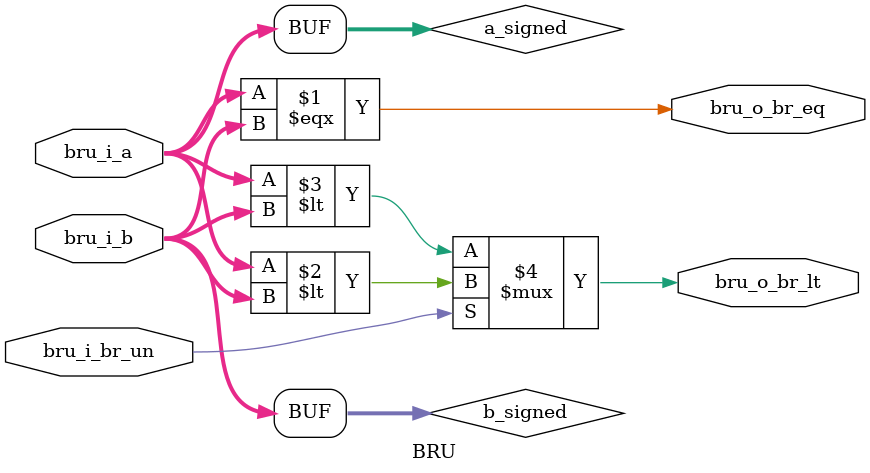
<source format=v>

module BRU (
  input  [31:0] bru_i_a, 
  input  [31:0] bru_i_b,
  input         bru_i_br_un,
  output        bru_o_br_eq, 
  output        bru_o_br_lt
);

  wire signed [31:0] a_signed, b_signed;
  
  assign a_signed = bru_i_a;
  assign b_signed = bru_i_b;
  
  assign bru_o_br_eq = (bru_i_a === bru_i_b);
  assign bru_o_br_lt = bru_i_br_un ? (bru_i_a < bru_i_b) : (a_signed < b_signed);
  
endmodule

</source>
